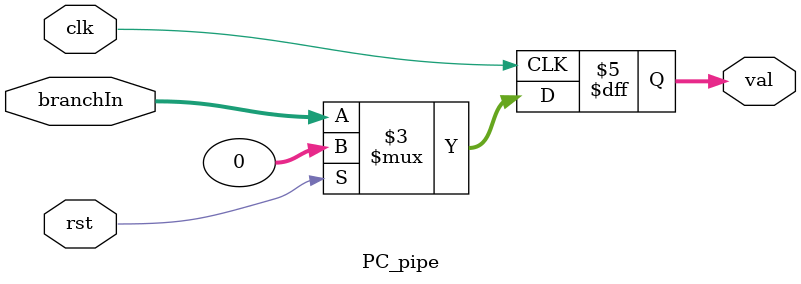
<source format=v>
`timescale 1ns / 1ps


module PC_pipe(
    input [31:0] branchIn,
    output reg [31:0] val,
    input clk, rst
    );
    
    always@(posedge clk) begin
        if(rst)
            val = 32'b0;
        else
            val = branchIn;
    end
    
endmodule

</source>
